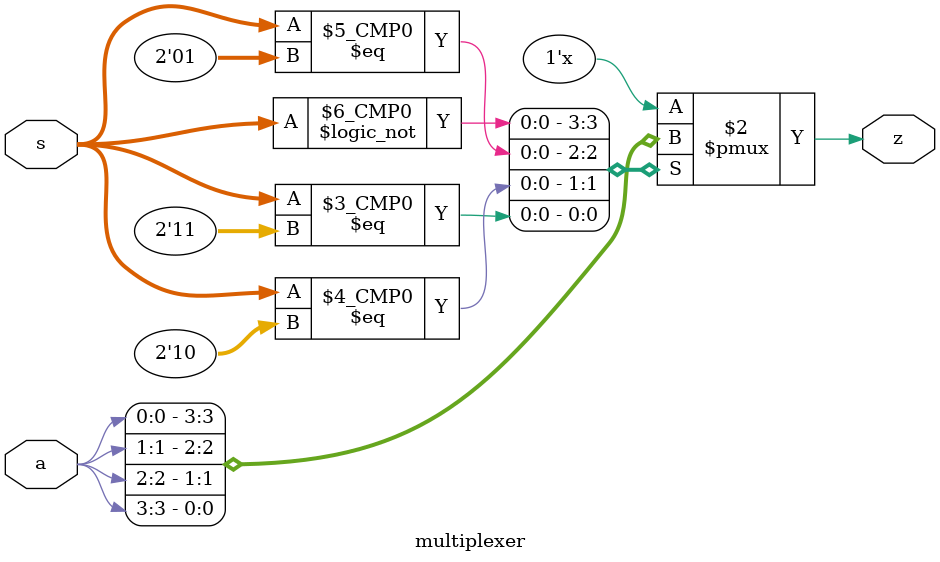
<source format=v>
`include "mux_tb.v"
`timescale 1ns/ 1ps

module multiplexer(a,s,z);
	//4 inputs required for 4x1 mux
	input [3:0] a;

	//2 select inputs
	input [1:0] s;

	//output register z
	output z;
	reg z;

	always@(*)
	begin

	    //case statement for s
	    case(s)
		2'b00: z=a[0];
		2'b01: z=a[1];
		2'b10: z=a[2];
		2'b11: z=a[3];
		//all cases must be accounted for
		default: $display("error");
	    endcase
	end
endmodule
		
</source>
